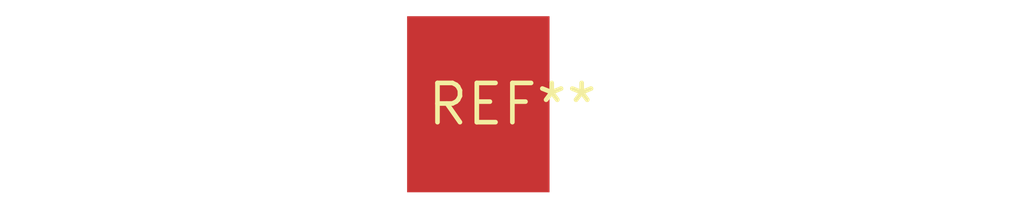
<source format=kicad_pcb>
(kicad_pcb (version 20240108) (generator pcbnew)
  (layers (0 "F.Cu" signal) (31 "B.Cu" signal) (34 "B.Paste" user) (35 "F.Paste" user) (36 "B.SilkS" user "B.Silkscreen") (37 "F.SilkS" user "F.Silkscreen") (38 "B.Mask" user) (39 "F.Mask" user) (44 "Edge.Cuts" user))
  (net 0 "")
  (footprint "SpringContact_Harwin_S1941-46R" (layer "F.Cu") (at 0 0)
    (property "Reference" "REF**")
    (property "Value" "SpringContact_Harwin_S1941-46R")
    (pad "1" smd rect (at -1.1 0) (size 4.6 5.7) (layers "F.Cu" "F.Paste" "F.Mask"))
  )
)
</source>
